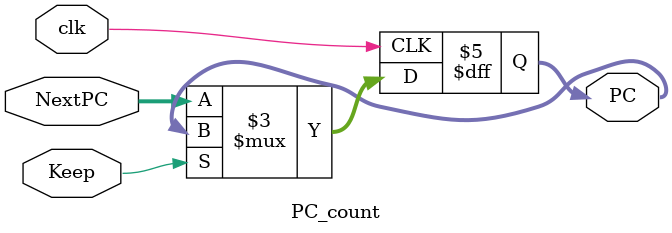
<source format=v>
module PC_count(
	input clk,
	input Keep,
	input [31:0]NextPC,
	output reg [31:0]PC
);

	always @(negedge clk)
	begin 
		if (Keep)
			PC <= PC;
		else
			PC <= NextPC;
	end 
endmodule

</source>
